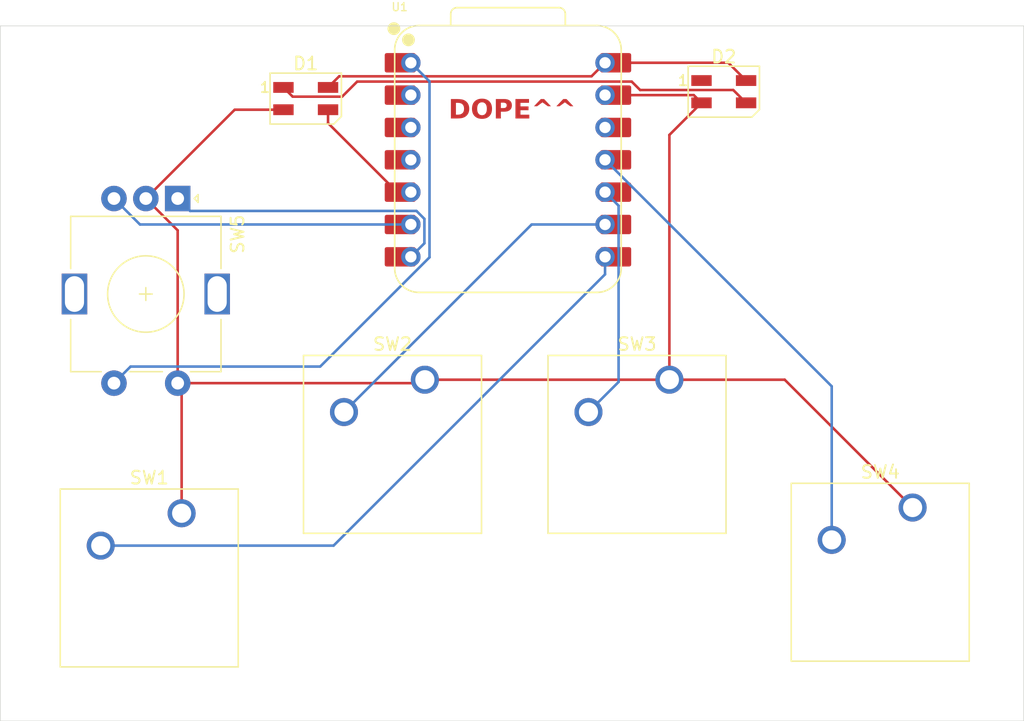
<source format=kicad_pcb>
(kicad_pcb (version 20241229) (generator "pcbnew") (generator_version "9.0")
  (layers (0 "F.Cu" signal) (2 "B.Cu" signal) (13 "F.Paste" user) (15 "B.Paste" user) (5 "F.SilkS" user "F.Silkscreen") (7 "B.SilkS" user "B.Silkscreen") (1 "F.Mask" user) (3 "B.Mask" user) (25 "Edge.Cuts" user))
  (net 0 "")
  (net 1 "Net-(D1-DOUT)")
  (net 2 "+5V")
  (net 3 "GND")
  (net 4 "Net-(D1-DIN)")
  (net 6 "Net-(U1-GPIO1{slash}RX)")
  (net 7 "Net-(U1-GPIO2{slash}SCK)")
  (net 8 "Net-(U1-GPIO4{slash}MISO)")
  (net 9 "Net-(U1-GPIO3{slash}MOSI)")
  (net 12 "Net-(U1-GPIO7{slash}SCL)")
  (net 13 "Net-(U1-GPIO26{slash}ADC0{slash}A0)")
  (net 16 "Net-(U1-GPIO0{slash}TX)")
  (footprint "OPL:XIAO-RP2040-DIP" (layer "F.Cu") (at 145.07 42.1785)
    (property "Reference" "U1" (at -8.5 -12 0) (layer "F.SilkS") (effects (font (size 0.635 0.635) (thickness 0.1016))))
    (property "Value" "XIAO-RP2040-DIP")
    (fp_line (start -8.89 8.509) (end -8.89 -8.636) (stroke (width 0.127)) (layer "F.SilkS"))
    (fp_line (start -6.985 10.414) (end 6.985 10.414) (stroke (width 0.127)) (layer "F.SilkS"))
    (fp_line (start -4.495 -10.541) (end -4.491272 -11.451272) (stroke (width 0.127)) (layer "F.SilkS"))
    (fp_line (start -3.991272 -11.951) (end 4.004 -11.951) (stroke (width 0.127)) (layer "F.SilkS"))
    (fp_line (start 4.504 -11.451) (end 4.504 -10.541) (stroke (width 0.127)) (layer "F.SilkS"))
    (fp_line (start 6.985 -10.541) (end -6.985 -10.541) (stroke (width 0.1)) (layer "F.SilkS"))
    (fp_line (start 6.985 -10.541) (end -6.985 -10.541) (stroke (width 0.127)) (layer "F.SilkS"))
    (fp_line (start 8.89 8.509) (end 8.89 -8.636) (stroke (width 0.127)) (layer "F.SilkS"))
    (fp_arc (start -8.89 -8.636) (mid -8.332038 -9.983038) (end -6.985 -10.541) (stroke (width 0.127)) (layer "F.SilkS"))
    (fp_arc (start -6.985 10.414) (mid -8.332038 9.856038) (end -8.89 8.509) (stroke (width 0.127)) (layer "F.SilkS"))
    (fp_arc (start -4.491272 -11.451272) (mid -4.344728 -11.80464) (end -3.991272 -11.951) (stroke (width 0.127)) (layer "F.SilkS"))
    (fp_arc (start 4.004 -11.951) (mid 4.357553 -11.804553) (end 4.504 -11.451) (stroke (width 0.127)) (layer "F.SilkS"))
    (fp_arc (start 6.985 -10.541) (mid 8.332038 -9.983038) (end 8.89 -8.636) (stroke (width 0.127)) (layer "F.SilkS"))
    (fp_arc (start 8.89 8.509) (mid 8.332038 9.856038) (end 6.985 10.414) (stroke (width 0.127)) (layer "F.SilkS"))
    (fp_circle (center -8.95 -10.3) (end -8.95 -10.554) (stroke (width 0.5)) (fill yes) (layer "F.SilkS"))
    (fp_circle (center -7.807 -9.42) (end -7.807 -9.674) (stroke (width 0.5)) (fill yes) (layer "F.SilkS"))
    (pad "1" smd roundrect (at -8.455 -7.62 180) (size 2.432 1.524) (layers "F.Cu" "F.Mask") (roundrect_rratio 0.1) (net 13 "Net-(U1-GPIO26{slash}ADC0{slash}A0)"))
    (pad "1" thru_hole circle (at -7.62 -7.62 180) (size 1.524 1.524) (drill 0.889) (layers "*.Cu" "*.Mask") (net 13 "Net-(U1-GPIO26{slash}ADC0{slash}A0)"))
    (pad "2" smd roundrect (at -8.455 -5.08 180) (size 2.432 1.524) (layers "F.Cu" "F.Mask") (roundrect_rratio 0.1))
    (pad "2" thru_hole circle (at -7.62 -5.08 180) (size 1.524 1.524) (drill 0.889) (layers "*.Cu" "*.Mask"))
    (pad "3" smd roundrect (at -8.455 -2.54 180) (size 2.432 1.524) (layers "F.Cu" "F.Mask") (roundrect_rratio 0.1))
    (pad "3" thru_hole circle (at -7.62 -2.54 180) (size 1.524 1.524) (drill 0.889) (layers "*.Cu" "*.Mask"))
    (pad "4" smd roundrect (at -8.455 0 180) (size 2.432 1.524) (layers "F.Cu" "F.Mask") (roundrect_rratio 0.1))
    (pad "4" thru_hole circle (at -7.62 0 180) (size 1.524 1.524) (drill 0.889) (layers "*.Cu" "*.Mask"))
    (pad "5" smd roundrect (at -8.455 2.54 180) (size 2.432 1.524) (layers "F.Cu" "F.Mask") (roundrect_rratio 0.1) (net 4 "Net-(D1-DIN)"))
    (pad "5" thru_hole circle (at -7.62 2.54 180) (size 1.524 1.524) (drill 0.889) (layers "*.Cu" "*.Mask") (net 4 "Net-(D1-DIN)"))
    (pad "6" smd roundrect (at -8.455 5.08 180) (size 2.432 1.524) (layers "F.Cu" "F.Mask") (roundrect_rratio 0.1) (net 12 "Net-(U1-GPIO7{slash}SCL)"))
    (pad "6" thru_hole circle (at -7.62 5.08 180) (size 1.524 1.524) (drill 0.889) (layers "*.Cu" "*.Mask") (net 12 "Net-(U1-GPIO7{slash}SCL)"))
    (pad "7" smd roundrect (at -8.455 7.62 180) (size 2.432 1.524) (layers "F.Cu" "F.Mask") (roundrect_rratio 0.1) (net 16 "Net-(U1-GPIO0{slash}TX)"))
    (pad "7" thru_hole circle (at -7.62 7.62 180) (size 1.524 1.524) (drill 0.889) (layers "*.Cu" "*.Mask") (net 16 "Net-(U1-GPIO0{slash}TX)"))
    (pad "8" thru_hole circle (at 7.62 7.62) (size 1.524 1.524) (drill 0.889) (layers "*.Cu" "*.Mask") (net 6 "Net-(U1-GPIO1{slash}RX)"))
    (pad "8" smd roundrect (at 8.455 7.62) (size 2.432 1.524) (layers "F.Cu" "F.Mask") (roundrect_rratio 0.1) (net 6 "Net-(U1-GPIO1{slash}RX)"))
    (pad "9" thru_hole circle (at 7.62 5.08) (size 1.524 1.524) (drill 0.889) (layers "*.Cu" "*.Mask") (net 7 "Net-(U1-GPIO2{slash}SCK)"))
    (pad "9" smd roundrect (at 8.455 5.08) (size 2.432 1.524) (layers "F.Cu" "F.Mask") (roundrect_rratio 0.1) (net 7 "Net-(U1-GPIO2{slash}SCK)"))
    (pad "10" thru_hole circle (at 7.62 2.54) (size 1.524 1.524) (drill 0.889) (layers "*.Cu" "*.Mask") (net 8 "Net-(U1-GPIO4{slash}MISO)"))
    (pad "10" smd roundrect (at 8.455 2.54) (size 2.432 1.524) (layers "F.Cu" "F.Mask") (roundrect_rratio 0.1) (net 8 "Net-(U1-GPIO4{slash}MISO)"))
    (pad "11" thru_hole circle (at 7.62 0) (size 1.524 1.524) (drill 0.889) (layers "*.Cu" "*.Mask") (net 9 "Net-(U1-GPIO3{slash}MOSI)"))
    (pad "11" smd roundrect (at 8.455 0) (size 2.432 1.524) (layers "F.Cu" "F.Mask") (roundrect_rratio 0.1) (net 9 "Net-(U1-GPIO3{slash}MOSI)"))
    (pad "12" thru_hole circle (at 7.62 -2.54) (size 1.524 1.524) (drill 0.889) (layers "*.Cu" "*.Mask"))
    (pad "12" smd roundrect (at 8.455 -2.54) (size 2.432 1.524) (layers "F.Cu" "F.Mask") (roundrect_rratio 0.1))
    (pad "13" thru_hole circle (at 7.62 -5.08) (size 1.524 1.524) (drill 0.889) (layers "*.Cu" "*.Mask") (net 3 "GND"))
    (pad "13" smd roundrect (at 8.455 -5.08) (size 2.432 1.524) (layers "F.Cu" "F.Mask") (roundrect_rratio 0.1) (net 3 "GND"))
    (pad "14" thru_hole circle (at 7.62 -7.62) (size 1.524 1.524) (drill 0.889) (layers "*.Cu" "*.Mask") (net 2 "+5V"))
    (pad "14" smd roundrect (at 8.455 -7.62) (size 2.432 1.524) (layers "F.Cu" "F.Mask") (roundrect_rratio 0.1) (net 2 "+5V"))
  )
  (footprint "LED_SMD:LED_SK6812MINI_PLCC4_3.5x3.5mm_P1.75mm" (layer "F.Cu") (at 129.2 37.37)
    (property "Reference" "D1" (at 0 -2.75 0) (layer "F.SilkS"))
    (property "Value" "SK6812MINI")
    (fp_line (start -2.8 -2) (end -2.8 2) (stroke (width 0.12)) (layer "F.SilkS"))
    (fp_line (start -2.8 -2) (end 2.8 -2) (stroke (width 0.12)) (layer "F.SilkS"))
    (fp_line (start -2.8 2) (end 2.2 2) (stroke (width 0.12)) (layer "F.SilkS"))
    (fp_line (start 2.8 1.4) (end 2.2 2) (stroke (width 0.12)) (layer "F.SilkS"))
    (fp_line (start 2.8 1.4) (end 2.8 -2) (stroke (width 0.12)) (layer "F.SilkS"))
    (fp_text user "1" (at -3.2 -0.875 0) (layer "F.SilkS") (effects (font (size 0.8 0.8))))
    (pad "1" smd rect (at -1.75 -0.875) (size 1.6 0.85) (layers "F.Cu" "F.Mask" "F.Paste") (net 1 "Net-(D1-DOUT)"))
    (pad "2" smd rect (at -1.75 0.875) (size 1.6 0.85) (layers "F.Cu" "F.Mask" "F.Paste") (net 3 "GND"))
    (pad "3" smd rect (at 1.75 0.875) (size 1.6 0.85) (layers "F.Cu" "F.Mask" "F.Paste") (net 4 "Net-(D1-DIN)"))
    (pad "4" smd rect (at 1.75 -0.875) (size 1.6 0.85) (layers "F.Cu" "F.Mask" "F.Paste") (net 2 "+5V"))
  )
  (footprint "Rotary_Encoder:RotaryEncoder_Alps_EC11E-Switch_Vertical_H20mm" (layer "F.Cu") (at 119.15 45.22 -90)
    (property "Reference" "SW5" (at 2.8 -4.7 90) (layer "F.SilkS"))
    (property "Value" "RotaryEncoder_Switch")
    (fp_line (start 5.5 8.4) (end 1.4 8.4) (stroke (width 0.12)) (layer "F.SilkS"))
    (fp_line (start 13.6 8.4) (end 9.5 8.4) (stroke (width 0.12)) (layer "F.SilkS"))
    (fp_line (start 13.6 6) (end 13.6 8.4) (stroke (width 0.12)) (layer "F.SilkS"))
    (fp_line (start 7 2.5) (end 8 2.5) (stroke (width 0.12)) (layer "F.SilkS"))
    (fp_line (start 7.5 2) (end 7.5 3) (stroke (width 0.12)) (layer "F.SilkS"))
    (fp_line (start 13.6 1.2) (end 13.6 3.8) (stroke (width 0.12)) (layer "F.SilkS"))
    (fp_line (start 0 -1.3) (end -0.3 -1.6) (stroke (width 0.12)) (layer "F.SilkS"))
    (fp_line (start -0.3 -1.6) (end 0.3 -1.6) (stroke (width 0.12)) (layer "F.SilkS"))
    (fp_line (start 0.3 -1.6) (end 0 -1.3) (stroke (width 0.12)) (layer "F.SilkS"))
    (fp_line (start 1.4 -3.4) (end 1.4 8.4) (stroke (width 0.12)) (layer "F.SilkS"))
    (fp_line (start 5.5 -3.4) (end 1.4 -3.4) (stroke (width 0.12)) (layer "F.SilkS"))
    (fp_line (start 9.5 -3.4) (end 13.6 -3.4) (stroke (width 0.12)) (layer "F.SilkS"))
    (fp_line (start 13.6 -3.4) (end 13.6 -1) (stroke (width 0.12)) (layer "F.SilkS"))
    (fp_circle (center 7.5 2.5) (end 10.5 2.5) (stroke (width 0.12)) (fill no) (layer "F.SilkS"))
    (pad "A" thru_hole rect (at 0 0 270) (size 2 2) (drill 1) (layers "*.Cu" "*.Mask") (net 16 "Net-(U1-GPIO0{slash}TX)"))
    (pad "B" thru_hole circle (at 0 5 270) (size 2 2) (drill 1) (layers "*.Cu" "*.Mask") (net 12 "Net-(U1-GPIO7{slash}SCL)"))
    (pad "C" thru_hole circle (at 0 2.5 270) (size 2 2) (drill 1) (layers "*.Cu" "*.Mask") (net 3 "GND"))
    (pad "MP" thru_hole rect (at 7.5 -3.1 270) (size 3.2 2) (drill oval 2.8 1.5) (layers "*.Cu" "*.Mask"))
    (pad "MP" thru_hole rect (at 7.5 8.1 270) (size 3.2 2) (drill oval 2.8 1.5) (layers "*.Cu" "*.Mask"))
    (pad "S1" thru_hole circle (at 14.5 5 270) (size 2 2) (drill 1) (layers "*.Cu" "*.Mask") (net 13 "Net-(U1-GPIO26{slash}ADC0{slash}A0)"))
    (pad "S2" thru_hole circle (at 14.5 0 270) (size 2 2) (drill 1) (layers "*.Cu" "*.Mask") (net 3 "GND"))
  )
  (footprint "Button_Switch_Keyboard:SW_Cherry_MX_1.00u_PCB" (layer "F.Cu") (at 157.74 59.45)
    (property "Reference" "SW3" (at -2.54 -2.794 0) (layer "F.SilkS"))
    (property "Value" "SW_Push")
    (fp_line (start -9.525 -1.905) (end 4.445 -1.905) (stroke (width 0.12)) (layer "F.SilkS"))
    (fp_line (start -9.525 12.065) (end -9.525 -1.905) (stroke (width 0.12)) (layer "F.SilkS"))
    (fp_line (start 4.445 -1.905) (end 4.445 12.065) (stroke (width 0.12)) (layer "F.SilkS"))
    (fp_line (start 4.445 12.065) (end -9.525 12.065) (stroke (width 0.12)) (layer "F.SilkS"))
    (pad "" np_thru_hole circle (at -7.62 5.08) (size 1.7 1.7) (drill 1.7) (layers "*.Cu" "*.Mask"))
    (pad "" np_thru_hole circle (at -2.54 5.08) (size 4 4) (drill 4) (layers "*.Cu" "*.Mask"))
    (pad "" np_thru_hole circle (at 2.54 5.08) (size 1.7 1.7) (drill 1.7) (layers "*.Cu" "*.Mask"))
    (pad "1" thru_hole circle (at 0 0) (size 2.2 2.2) (drill 1.5) (layers "*.Cu" "*.Mask") (net 3 "GND"))
    (pad "2" thru_hole circle (at -6.35 2.54) (size 2.2 2.2) (drill 1.5) (layers "*.Cu" "*.Mask") (net 8 "Net-(U1-GPIO4{slash}MISO)"))
  )
  (footprint "LED_SMD:LED_SK6812MINI_PLCC4_3.5x3.5mm_P1.75mm" (layer "F.Cu") (at 162.01 36.83)
    (property "Reference" "D2" (at 0 -2.75 0) (layer "F.SilkS"))
    (property "Value" "SK6812MINI")
    (fp_line (start -2.8 -2) (end -2.8 2) (stroke (width 0.12)) (layer "F.SilkS"))
    (fp_line (start -2.8 -2) (end 2.8 -2) (stroke (width 0.12)) (layer "F.SilkS"))
    (fp_line (start -2.8 2) (end 2.2 2) (stroke (width 0.12)) (layer "F.SilkS"))
    (fp_line (start 2.8 1.4) (end 2.2 2) (stroke (width 0.12)) (layer "F.SilkS"))
    (fp_line (start 2.8 1.4) (end 2.8 -2) (stroke (width 0.12)) (layer "F.SilkS"))
    (fp_text user "1" (at -3.2 -0.875 0) (layer "F.SilkS") (effects (font (size 0.8 0.8))))
    (pad "1" smd rect (at -1.75 -0.875) (size 1.6 0.85) (layers "F.Cu" "F.Mask" "F.Paste"))
    (pad "2" smd rect (at -1.75 0.875) (size 1.6 0.85) (layers "F.Cu" "F.Mask" "F.Paste") (net 3 "GND"))
    (pad "3" smd rect (at 1.75 0.875) (size 1.6 0.85) (layers "F.Cu" "F.Mask" "F.Paste") (net 1 "Net-(D1-DOUT)"))
    (pad "4" smd rect (at 1.75 -0.875) (size 1.6 0.85) (layers "F.Cu" "F.Mask" "F.Paste") (net 2 "+5V"))
  )
  (footprint "Button_Switch_Keyboard:SW_Cherry_MX_1.00u_PCB" (layer "F.Cu") (at 176.83 69.49)
    (property "Reference" "SW4" (at -2.54 -2.794 0) (layer "F.SilkS"))
    (property "Value" "SW_Push")
    (fp_line (start -9.525 -1.905) (end 4.445 -1.905) (stroke (width 0.12)) (layer "F.SilkS"))
    (fp_line (start -9.525 12.065) (end -9.525 -1.905) (stroke (width 0.12)) (layer "F.SilkS"))
    (fp_line (start 4.445 -1.905) (end 4.445 12.065) (stroke (width 0.12)) (layer "F.SilkS"))
    (fp_line (start 4.445 12.065) (end -9.525 12.065) (stroke (width 0.12)) (layer "F.SilkS"))
    (pad "" np_thru_hole circle (at -7.62 5.08) (size 1.7 1.7) (drill 1.7) (layers "*.Cu" "*.Mask"))
    (pad "" np_thru_hole circle (at -2.54 5.08) (size 4 4) (drill 4) (layers "*.Cu" "*.Mask"))
    (pad "" np_thru_hole circle (at 2.54 5.08) (size 1.7 1.7) (drill 1.7) (layers "*.Cu" "*.Mask"))
    (pad "1" thru_hole circle (at 0 0) (size 2.2 2.2) (drill 1.5) (layers "*.Cu" "*.Mask") (net 3 "GND"))
    (pad "2" thru_hole circle (at -6.35 2.54) (size 2.2 2.2) (drill 1.5) (layers "*.Cu" "*.Mask") (net 9 "Net-(U1-GPIO3{slash}MOSI)"))
  )
  (footprint "Button_Switch_Keyboard:SW_Cherry_MX_1.00u_PCB" (layer "F.Cu") (at 138.55 59.45)
    (property "Reference" "SW2" (at -2.54 -2.794 0) (layer "F.SilkS"))
    (property "Value" "SW_Push")
    (fp_line (start -9.525 -1.905) (end 4.445 -1.905) (stroke (width 0.12)) (layer "F.SilkS"))
    (fp_line (start -9.525 12.065) (end -9.525 -1.905) (stroke (width 0.12)) (layer "F.SilkS"))
    (fp_line (start 4.445 -1.905) (end 4.445 12.065) (stroke (width 0.12)) (layer "F.SilkS"))
    (fp_line (start 4.445 12.065) (end -9.525 12.065) (stroke (width 0.12)) (layer "F.SilkS"))
    (pad "" np_thru_hole circle (at -7.62 5.08) (size 1.7 1.7) (drill 1.7) (layers "*.Cu" "*.Mask"))
    (pad "" np_thru_hole circle (at -2.54 5.08) (size 4 4) (drill 4) (layers "*.Cu" "*.Mask"))
    (pad "" np_thru_hole circle (at 2.54 5.08) (size 1.7 1.7) (drill 1.7) (layers "*.Cu" "*.Mask"))
    (pad "1" thru_hole circle (at 0 0) (size 2.2 2.2) (drill 1.5) (layers "*.Cu" "*.Mask") (net 3 "GND"))
    (pad "2" thru_hole circle (at -6.35 2.54) (size 2.2 2.2) (drill 1.5) (layers "*.Cu" "*.Mask") (net 7 "Net-(U1-GPIO2{slash}SCK)"))
  )
  (footprint "Button_Switch_Keyboard:SW_Cherry_MX_1.00u_PCB" (layer "F.Cu") (at 119.46 69.94)
    (property "Reference" "SW1" (at -2.54 -2.794 0) (layer "F.SilkS"))
    (property "Value" "SW_Push")
    (fp_line (start -9.525 -1.905) (end 4.445 -1.905) (stroke (width 0.12)) (layer "F.SilkS"))
    (fp_line (start -9.525 12.065) (end -9.525 -1.905) (stroke (width 0.12)) (layer "F.SilkS"))
    (fp_line (start 4.445 -1.905) (end 4.445 12.065) (stroke (width 0.12)) (layer "F.SilkS"))
    (fp_line (start 4.445 12.065) (end -9.525 12.065) (stroke (width 0.12)) (layer "F.SilkS"))
    (pad "" np_thru_hole circle (at -7.62 5.08) (size 1.7 1.7) (drill 1.7) (layers "*.Cu" "*.Mask"))
    (pad "" np_thru_hole circle (at -2.54 5.08) (size 4 4) (drill 4) (layers "*.Cu" "*.Mask"))
    (pad "" np_thru_hole circle (at 2.54 5.08) (size 1.7 1.7) (drill 1.7) (layers "*.Cu" "*.Mask"))
    (pad "1" thru_hole circle (at 0 0) (size 2.2 2.2) (drill 1.5) (layers "*.Cu" "*.Mask") (net 3 "GND"))
    (pad "2" thru_hole circle (at -6.35 2.54) (size 2.2 2.2) (drill 1.5) (layers "*.Cu" "*.Mask") (net 6 "Net-(U1-GPIO1{slash}RX)"))
  )
  (gr_rect (start 105.23 31.66) (end 185.55 86.25) (stroke (width 0.05)) (fill no) (layer "Edge.Cuts"))
  (gr_text "DOPE^^" (at 140.4 39.19 0) (layer "F.Cu") (effects (font (size 1.5 1.5) (thickness 0.3) (bold yes)) (justify left bottom)))
  (segment (start 154.780626 36.0355) (end 133.2365 36.0355) (width 0.2) (layer "F.Cu") (net 1))
  (segment (start 162.7525 36.6975) (end 155.442626 36.6975) (width 0.2) (layer "F.Cu") (net 1))
  (segment (start 163.76 37.705) (end 162.7525 36.6975) (width 0.2) (layer "F.Cu") (net 1))
  (segment (start 155.442626 36.6975) (end 154.780626 36.0355) (width 0.2) (layer "F.Cu") (net 1))
  (segment (start 128.176 37.221) (end 127.45 36.495) (width 0.2) (layer "F.Cu") (net 1))
  (segment (start 133.2365 36.0355) (end 132.051 37.221) (width 0.2) (layer "F.Cu") (net 1))
  (segment (start 132.051 37.221) (end 128.176 37.221) (width 0.2) (layer "F.Cu") (net 1))
  (segment (start 151.627 35.6215) (end 131.8235 35.6215) (width 0.2) (layer "F.Cu") (net 2))
  (segment (start 152.69 34.5585) (end 162.3635 34.5585) (width 0.2) (layer "F.Cu") (net 2))
  (segment (start 162.3635 34.5585) (end 163.76 35.955) (width 0.2) (layer "F.Cu") (net 2))
  (segment (start 152.69 34.5585) (end 151.627 35.6215) (width 0.2) (layer "F.Cu") (net 2))
  (segment (start 131.8235 35.6215) (end 130.95 36.495) (width 0.2) (layer "F.Cu") (net 2))
  (segment (start 127.45 38.245) (end 123.625 38.245) (width 0.2) (layer "F.Cu") (net 3))
  (segment (start 119.15 47.72) (end 119.15 59.72) (width 0.2) (layer "F.Cu") (net 3))
  (segment (start 157.74 59.45) (end 157.74 40.225) (width 0.2) (layer "F.Cu") (net 3))
  (segment (start 123.625 38.245) (end 116.65 45.22) (width 0.2) (layer "F.Cu") (net 3))
  (segment (start 159.6535 37.0985) (end 160.26 37.705) (width 0.2) (layer "F.Cu") (net 3))
  (segment (start 138.28 59.72) (end 138.55 59.45) (width 0.2) (layer "F.Cu") (net 3))
  (segment (start 138.55 59.45) (end 157.74 59.45) (width 0.2) (layer "F.Cu") (net 3))
  (segment (start 119.15 59.88) (end 119.46 60.19) (width 0.2) (layer "F.Cu") (net 3))
  (segment (start 116.65 45.22) (end 119.15 47.72) (width 0.2) (layer "F.Cu") (net 3))
  (segment (start 157.74 40.225) (end 160.26 37.705) (width 0.2) (layer "F.Cu") (net 3))
  (segment (start 119.15 59.72) (end 119.15 59.88) (width 0.2) (layer "F.Cu") (net 3))
  (segment (start 157.74 59.45) (end 166.79 59.45) (width 0.2) (layer "F.Cu") (net 3))
  (segment (start 119.46 60.19) (end 119.46 69.94) (width 0.2) (layer "F.Cu") (net 3))
  (segment (start 119.15 59.72) (end 138.28 59.72) (width 0.2) (layer "F.Cu") (net 3))
  (segment (start 152.69 37.0985) (end 159.6535 37.0985) (width 0.2) (layer "F.Cu") (net 3))
  (segment (start 166.79 59.45) (end 176.83 69.49) (width 0.2) (layer "F.Cu") (net 3))
  (segment (start 130.95 39.29613) (end 130.95 38.245) (width 0.2) (layer "F.Cu") (net 4))
  (segment (start 136.37237 44.7185) (end 130.95 39.29613) (width 0.2) (layer "F.Cu") (net 4))
  (segment (start 137.45 44.7185) (end 136.37237 44.7185) (width 0.2) (layer "F.Cu") (net 4))
  (segment (start 152.69 49.7985) (end 152.69 51.174816) (width 0.2) (layer "B.Cu") (net 6))
  (segment (start 152.69 51.174816) (end 131.384816 72.48) (width 0.2) (layer "B.Cu") (net 6))
  (segment (start 131.384816 72.48) (end 113.11 72.48) (width 0.2) (layer "B.Cu") (net 6))
  (segment (start 152.69 47.2585) (end 146.9315 47.2585) (width 0.2) (layer "B.Cu") (net 7))
  (segment (start 146.9315 47.2585) (end 132.2 61.99) (width 0.2) (layer "B.Cu") (net 7))
  (segment (start 153.753 45.7815) (end 153.753 59.627) (width 0.2) (layer "B.Cu") (net 8))
  (segment (start 153.753 59.627) (end 151.39 61.99) (width 0.2) (layer "B.Cu") (net 8))
  (segment (start 152.69 44.7185) (end 153.753 45.7815) (width 0.2) (layer "B.Cu") (net 8))
  (segment (start 152.69 42.1785) (end 170.48 59.9685) (width 0.2) (layer "B.Cu") (net 9))
  (segment (start 170.48 59.9685) (end 170.48 72.03) (width 0.2) (layer "B.Cu") (net 9))
  (segment (start 114.15 45.22) (end 116.1885 47.2585) (width 0.2) (layer "B.Cu") (net 12))
  (segment (start 116.1885 47.2585) (end 137.45 47.2585) (width 0.2) (layer "B.Cu") (net 12))
  (segment (start 137.45 34.5585) (end 138.914 36.0225) (width 0.2) (layer "B.Cu") (net 13))
  (segment (start 138.914 36.0225) (end 138.914 49.83781) (width 0.2) (layer "B.Cu") (net 13))
  (segment (start 138.914 49.83781) (end 130.33281 58.419) (width 0.2) (layer "B.Cu") (net 13))
  (segment (start 115.451 58.419) (end 114.15 59.72) (width 0.2) (layer "B.Cu") (net 13))
  (segment (start 130.33281 58.419) (end 115.451 58.419) (width 0.2) (layer "B.Cu") (net 13))
  (segment (start 137.89031 46.1955) (end 138.513 46.81819) (width 0.2) (layer "B.Cu") (net 16))
  (segment (start 138.513 46.81819) (end 138.513 48.7355) (width 0.2) (layer "B.Cu") (net 16))
  (segment (start 120.1255 46.1955) (end 137.89031 46.1955) (width 0.2) (layer "B.Cu") (net 16))
  (segment (start 138.513 48.7355) (end 137.45 49.7985) (width 0.2) (layer "B.Cu") (net 16))
  (segment (start 119.15 45.22) (end 120.1255 46.1955) (width 0.2) (layer "B.Cu") (net 16))
)
</source>
